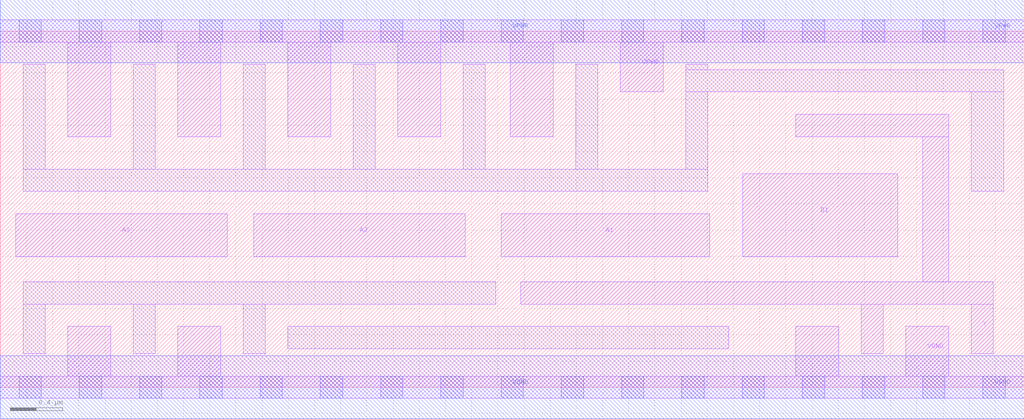
<source format=lef>
# Copyright 2020 The SkyWater PDK Authors
#
# Licensed under the Apache License, Version 2.0 (the "License");
# you may not use this file except in compliance with the License.
# You may obtain a copy of the License at
#
#     https://www.apache.org/licenses/LICENSE-2.0
#
# Unless required by applicable law or agreed to in writing, software
# distributed under the License is distributed on an "AS IS" BASIS,
# WITHOUT WARRANTIES OR CONDITIONS OF ANY KIND, either express or implied.
# See the License for the specific language governing permissions and
# limitations under the License.
#
# SPDX-License-Identifier: Apache-2.0

VERSION 5.7 ;
  NAMESCASESENSITIVE ON ;
  NOWIREEXTENSIONATPIN ON ;
  DIVIDERCHAR "/" ;
  BUSBITCHARS "[]" ;
UNITS
  DATABASE MICRONS 200 ;
END UNITS
MACRO sky130_fd_sc_hd__a31oi_4
  CLASS CORE ;
  SOURCE USER ;
  FOREIGN sky130_fd_sc_hd__a31oi_4 ;
  ORIGIN  0.000000  0.000000 ;
  SIZE  7.820000 BY  2.720000 ;
  SYMMETRY X Y R90 ;
  SITE unithd ;
  PIN A1
    ANTENNAGATEAREA  0.990000 ;
    DIRECTION INPUT ;
    USE SIGNAL ;
    PORT
      LAYER li1 ;
        RECT 3.825000 0.995000 5.420000 1.325000 ;
    END
  END A1
  PIN A2
    ANTENNAGATEAREA  0.990000 ;
    DIRECTION INPUT ;
    USE SIGNAL ;
    PORT
      LAYER li1 ;
        RECT 1.935000 0.995000 3.550000 1.325000 ;
    END
  END A2
  PIN A3
    ANTENNAGATEAREA  0.990000 ;
    DIRECTION INPUT ;
    USE SIGNAL ;
    PORT
      LAYER li1 ;
        RECT 0.120000 0.995000 1.735000 1.325000 ;
    END
  END A3
  PIN B1
    ANTENNAGATEAREA  0.990000 ;
    DIRECTION INPUT ;
    USE SIGNAL ;
    PORT
      LAYER li1 ;
        RECT 5.670000 0.995000 6.855000 1.630000 ;
    END
  END B1
  PIN Y
    ANTENNADIFFAREA  1.443500 ;
    DIRECTION OUTPUT ;
    USE SIGNAL ;
    PORT
      LAYER li1 ;
        RECT 3.975000 0.635000 7.585000 0.805000 ;
        RECT 6.075000 1.915000 7.245000 2.085000 ;
        RECT 6.575000 0.255000 6.745000 0.635000 ;
        RECT 7.045000 0.805000 7.245000 1.915000 ;
        RECT 7.415000 0.255000 7.585000 0.635000 ;
    END
  END Y
  PIN VGND
    DIRECTION INOUT ;
    SHAPE ABUTMENT ;
    USE GROUND ;
    PORT
      LAYER li1 ;
        RECT 0.000000 -0.085000 7.820000 0.085000 ;
        RECT 0.515000  0.085000 0.845000 0.465000 ;
        RECT 1.355000  0.085000 1.685000 0.465000 ;
        RECT 6.075000  0.085000 6.405000 0.465000 ;
        RECT 6.915000  0.085000 7.245000 0.465000 ;
      LAYER mcon ;
        RECT 0.145000 -0.085000 0.315000 0.085000 ;
        RECT 0.605000 -0.085000 0.775000 0.085000 ;
        RECT 1.065000 -0.085000 1.235000 0.085000 ;
        RECT 1.525000 -0.085000 1.695000 0.085000 ;
        RECT 1.985000 -0.085000 2.155000 0.085000 ;
        RECT 2.445000 -0.085000 2.615000 0.085000 ;
        RECT 2.905000 -0.085000 3.075000 0.085000 ;
        RECT 3.365000 -0.085000 3.535000 0.085000 ;
        RECT 3.825000 -0.085000 3.995000 0.085000 ;
        RECT 4.285000 -0.085000 4.455000 0.085000 ;
        RECT 4.745000 -0.085000 4.915000 0.085000 ;
        RECT 5.205000 -0.085000 5.375000 0.085000 ;
        RECT 5.665000 -0.085000 5.835000 0.085000 ;
        RECT 6.125000 -0.085000 6.295000 0.085000 ;
        RECT 6.585000 -0.085000 6.755000 0.085000 ;
        RECT 7.045000 -0.085000 7.215000 0.085000 ;
        RECT 7.505000 -0.085000 7.675000 0.085000 ;
      LAYER met1 ;
        RECT 0.000000 -0.240000 7.820000 0.240000 ;
    END
  END VGND
  PIN VPWR
    DIRECTION INOUT ;
    SHAPE ABUTMENT ;
    USE POWER ;
    PORT
      LAYER li1 ;
        RECT 0.000000 2.635000 7.820000 2.805000 ;
        RECT 0.515000 1.915000 0.845000 2.635000 ;
        RECT 1.355000 1.915000 1.685000 2.635000 ;
        RECT 2.195000 1.915000 2.525000 2.635000 ;
        RECT 3.035000 1.915000 3.365000 2.635000 ;
        RECT 3.895000 1.915000 4.225000 2.635000 ;
        RECT 4.735000 2.255000 5.065000 2.635000 ;
      LAYER mcon ;
        RECT 0.145000 2.635000 0.315000 2.805000 ;
        RECT 0.605000 2.635000 0.775000 2.805000 ;
        RECT 1.065000 2.635000 1.235000 2.805000 ;
        RECT 1.525000 2.635000 1.695000 2.805000 ;
        RECT 1.985000 2.635000 2.155000 2.805000 ;
        RECT 2.445000 2.635000 2.615000 2.805000 ;
        RECT 2.905000 2.635000 3.075000 2.805000 ;
        RECT 3.365000 2.635000 3.535000 2.805000 ;
        RECT 3.825000 2.635000 3.995000 2.805000 ;
        RECT 4.285000 2.635000 4.455000 2.805000 ;
        RECT 4.745000 2.635000 4.915000 2.805000 ;
        RECT 5.205000 2.635000 5.375000 2.805000 ;
        RECT 5.665000 2.635000 5.835000 2.805000 ;
        RECT 6.125000 2.635000 6.295000 2.805000 ;
        RECT 6.585000 2.635000 6.755000 2.805000 ;
        RECT 7.045000 2.635000 7.215000 2.805000 ;
        RECT 7.505000 2.635000 7.675000 2.805000 ;
      LAYER met1 ;
        RECT 0.000000 2.480000 7.820000 2.960000 ;
    END
  END VPWR
  OBS
    LAYER li1 ;
      RECT 0.175000 0.255000 0.345000 0.635000 ;
      RECT 0.175000 0.635000 3.785000 0.805000 ;
      RECT 0.175000 1.495000 5.405000 1.665000 ;
      RECT 0.175000 1.665000 0.345000 2.465000 ;
      RECT 1.015000 0.255000 1.185000 0.635000 ;
      RECT 1.015000 1.665000 1.185000 2.465000 ;
      RECT 1.855000 0.255000 2.025000 0.635000 ;
      RECT 1.855000 1.665000 2.025000 2.465000 ;
      RECT 2.195000 0.295000 5.565000 0.465000 ;
      RECT 2.695000 1.665000 2.865000 2.465000 ;
      RECT 3.535000 1.665000 3.705000 2.465000 ;
      RECT 4.395000 1.665000 4.565000 2.465000 ;
      RECT 5.235000 1.665000 5.405000 2.255000 ;
      RECT 5.235000 2.255000 7.665000 2.425000 ;
      RECT 5.235000 2.425000 5.405000 2.465000 ;
      RECT 7.415000 1.495000 7.665000 2.255000 ;
  END
END sky130_fd_sc_hd__a31oi_4
END LIBRARY

</source>
